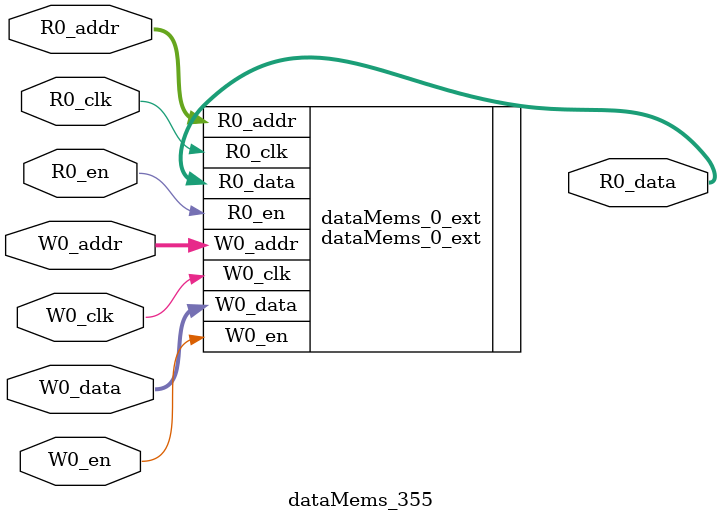
<source format=sv>
`ifndef RANDOMIZE
  `ifdef RANDOMIZE_REG_INIT
    `define RANDOMIZE
  `endif // RANDOMIZE_REG_INIT
`endif // not def RANDOMIZE
`ifndef RANDOMIZE
  `ifdef RANDOMIZE_MEM_INIT
    `define RANDOMIZE
  `endif // RANDOMIZE_MEM_INIT
`endif // not def RANDOMIZE

`ifndef RANDOM
  `define RANDOM $random
`endif // not def RANDOM

// Users can define 'PRINTF_COND' to add an extra gate to prints.
`ifndef PRINTF_COND_
  `ifdef PRINTF_COND
    `define PRINTF_COND_ (`PRINTF_COND)
  `else  // PRINTF_COND
    `define PRINTF_COND_ 1
  `endif // PRINTF_COND
`endif // not def PRINTF_COND_

// Users can define 'ASSERT_VERBOSE_COND' to add an extra gate to assert error printing.
`ifndef ASSERT_VERBOSE_COND_
  `ifdef ASSERT_VERBOSE_COND
    `define ASSERT_VERBOSE_COND_ (`ASSERT_VERBOSE_COND)
  `else  // ASSERT_VERBOSE_COND
    `define ASSERT_VERBOSE_COND_ 1
  `endif // ASSERT_VERBOSE_COND
`endif // not def ASSERT_VERBOSE_COND_

// Users can define 'STOP_COND' to add an extra gate to stop conditions.
`ifndef STOP_COND_
  `ifdef STOP_COND
    `define STOP_COND_ (`STOP_COND)
  `else  // STOP_COND
    `define STOP_COND_ 1
  `endif // STOP_COND
`endif // not def STOP_COND_

// Users can define INIT_RANDOM as general code that gets injected into the
// initializer block for modules with registers.
`ifndef INIT_RANDOM
  `define INIT_RANDOM
`endif // not def INIT_RANDOM

// If using random initialization, you can also define RANDOMIZE_DELAY to
// customize the delay used, otherwise 0.002 is used.
`ifndef RANDOMIZE_DELAY
  `define RANDOMIZE_DELAY 0.002
`endif // not def RANDOMIZE_DELAY

// Define INIT_RANDOM_PROLOG_ for use in our modules below.
`ifndef INIT_RANDOM_PROLOG_
  `ifdef RANDOMIZE
    `ifdef VERILATOR
      `define INIT_RANDOM_PROLOG_ `INIT_RANDOM
    `else  // VERILATOR
      `define INIT_RANDOM_PROLOG_ `INIT_RANDOM #`RANDOMIZE_DELAY begin end
    `endif // VERILATOR
  `else  // RANDOMIZE
    `define INIT_RANDOM_PROLOG_
  `endif // RANDOMIZE
`endif // not def INIT_RANDOM_PROLOG_

// Include register initializers in init blocks unless synthesis is set
`ifndef SYNTHESIS
  `ifndef ENABLE_INITIAL_REG_
    `define ENABLE_INITIAL_REG_
  `endif // not def ENABLE_INITIAL_REG_
`endif // not def SYNTHESIS

// Include rmemory initializers in init blocks unless synthesis is set
`ifndef SYNTHESIS
  `ifndef ENABLE_INITIAL_MEM_
    `define ENABLE_INITIAL_MEM_
  `endif // not def ENABLE_INITIAL_MEM_
`endif // not def SYNTHESIS

module dataMems_355(	// @[generators/ara/src/main/scala/UnsafeAXI4ToTL.scala:365:62]
  input  [4:0]  R0_addr,
  input         R0_en,
  input         R0_clk,
  output [66:0] R0_data,
  input  [4:0]  W0_addr,
  input         W0_en,
  input         W0_clk,
  input  [66:0] W0_data
);

  dataMems_0_ext dataMems_0_ext (	// @[generators/ara/src/main/scala/UnsafeAXI4ToTL.scala:365:62]
    .R0_addr (R0_addr),
    .R0_en   (R0_en),
    .R0_clk  (R0_clk),
    .R0_data (R0_data),
    .W0_addr (W0_addr),
    .W0_en   (W0_en),
    .W0_clk  (W0_clk),
    .W0_data (W0_data)
  );
endmodule


</source>
